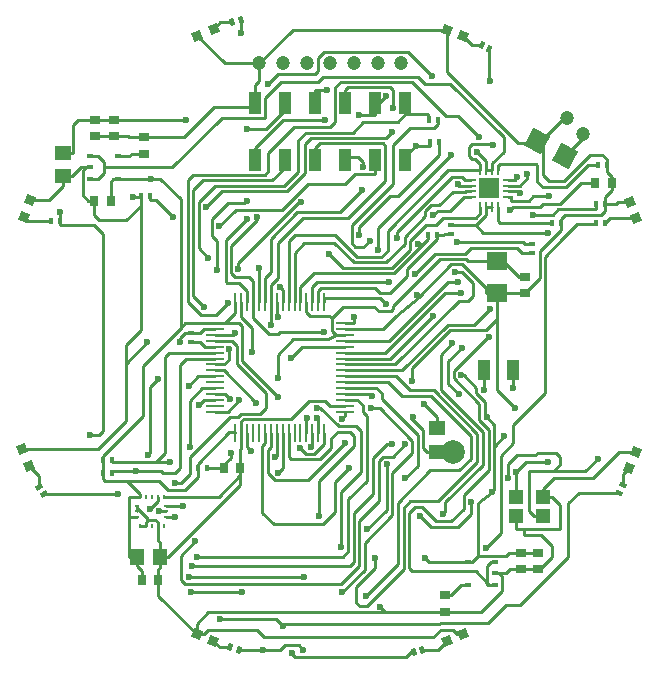
<source format=gbl>
%FSLAX24Y24*%
%MOIN*%
G70*
G01*
G75*
G04 Layer_Physical_Order=2*
G04 Layer_Color=16711680*
%ADD10R,0.0236X0.0157*%
%ADD11R,0.0551X0.0472*%
%ADD12R,0.0512X0.0472*%
%ADD13R,0.0354X0.0315*%
%ADD14R,0.1772X0.1772*%
%ADD15R,0.0110X0.0335*%
%ADD16R,0.0335X0.0110*%
%ADD17R,0.0295X0.0787*%
%ADD18R,0.0315X0.0354*%
%ADD19R,0.0138X0.0394*%
G04:AMPARAMS|DCode=20|XSize=78.7mil|YSize=39.4mil|CornerRadius=9.8mil|HoleSize=0mil|Usage=FLASHONLY|Rotation=90.000|XOffset=0mil|YOffset=0mil|HoleType=Round|Shape=RoundedRectangle|*
%AMROUNDEDRECTD20*
21,1,0.0787,0.0197,0,0,90.0*
21,1,0.0591,0.0394,0,0,90.0*
1,1,0.0197,0.0098,0.0295*
1,1,0.0197,0.0098,-0.0295*
1,1,0.0197,-0.0098,-0.0295*
1,1,0.0197,-0.0098,0.0295*
%
%ADD20ROUNDEDRECTD20*%
G04:AMPARAMS|DCode=21|XSize=59.1mil|YSize=39.4mil|CornerRadius=9.8mil|HoleSize=0mil|Usage=FLASHONLY|Rotation=180.000|XOffset=0mil|YOffset=0mil|HoleType=Round|Shape=RoundedRectangle|*
%AMROUNDEDRECTD21*
21,1,0.0591,0.0197,0,0,180.0*
21,1,0.0394,0.0394,0,0,180.0*
1,1,0.0197,-0.0197,0.0098*
1,1,0.0197,0.0197,0.0098*
1,1,0.0197,0.0197,-0.0098*
1,1,0.0197,-0.0197,-0.0098*
%
%ADD21ROUNDEDRECTD21*%
%ADD22R,0.1260X0.0591*%
%ADD23C,0.0100*%
%ADD24R,0.0364X0.0394*%
%ADD25R,0.0463X0.0295*%
%ADD26R,0.0000X0.0295*%
%ADD27R,0.3189X0.0315*%
%ADD28R,0.2400X0.0200*%
%ADD29R,0.1244X0.5621*%
%ADD30R,0.2972X0.0581*%
%ADD31C,0.0472*%
%ADD32C,0.0394*%
%ADD33C,0.0236*%
%ADD34C,0.0787*%
%ADD35R,0.0669X0.0669*%
%ADD36R,0.0394X0.0709*%
%ADD37O,0.0610X0.0098*%
%ADD38O,0.0098X0.0610*%
%ADD39R,0.0098X0.0138*%
%ADD40R,0.0138X0.0098*%
%ADD41R,0.0157X0.0236*%
%ADD42R,0.0394X0.0748*%
%ADD43P,0.0445X4X337.5*%
%ADD44P,0.0445X4X382.5*%
%ADD45P,0.0445X4X247.5*%
%ADD46P,0.0445X4X292.5*%
%ADD47O,0.0335X0.0098*%
%ADD48O,0.0098X0.0335*%
G04:AMPARAMS|DCode=49|XSize=15.7mil|YSize=23.6mil|CornerRadius=0mil|HoleSize=0mil|Usage=FLASHONLY|Rotation=331.875|XOffset=0mil|YOffset=0mil|HoleType=Round|Shape=Rectangle|*
%AMROTATEDRECTD49*
4,1,4,-0.0125,-0.0067,-0.0014,0.0141,0.0125,0.0067,0.0014,-0.0141,-0.0125,-0.0067,0.0*
%
%ADD49ROTATEDRECTD49*%

G04:AMPARAMS|DCode=50|XSize=15.7mil|YSize=23.6mil|CornerRadius=0mil|HoleSize=0mil|Usage=FLASHONLY|Rotation=241.875|XOffset=0mil|YOffset=0mil|HoleType=Round|Shape=Rectangle|*
%AMROTATEDRECTD50*
4,1,4,-0.0067,0.0125,0.0141,0.0014,0.0067,-0.0125,-0.0141,-0.0014,-0.0067,0.0125,0.0*
%
%ADD50ROTATEDRECTD50*%

G04:AMPARAMS|DCode=51|XSize=15.7mil|YSize=23.6mil|CornerRadius=0mil|HoleSize=0mil|Usage=FLASHONLY|Rotation=196.875|XOffset=0mil|YOffset=0mil|HoleType=Round|Shape=Rectangle|*
%AMROTATEDRECTD51*
4,1,4,0.0041,0.0136,0.0110,-0.0090,-0.0041,-0.0136,-0.0110,0.0090,0.0041,0.0136,0.0*
%
%ADD51ROTATEDRECTD51*%

G04:AMPARAMS|DCode=52|XSize=15.7mil|YSize=23.6mil|CornerRadius=0mil|HoleSize=0mil|Usage=FLASHONLY|Rotation=343.125|XOffset=0mil|YOffset=0mil|HoleType=Round|Shape=Rectangle|*
%AMROTATEDRECTD52*
4,1,4,-0.0110,-0.0090,-0.0041,0.0136,0.0110,0.0090,0.0041,-0.0136,-0.0110,-0.0090,0.0*
%
%ADD52ROTATEDRECTD52*%

G04:AMPARAMS|DCode=53|XSize=15.7mil|YSize=23.6mil|CornerRadius=0mil|HoleSize=0mil|Usage=FLASHONLY|Rotation=303.750|XOffset=0mil|YOffset=0mil|HoleType=Round|Shape=Rectangle|*
%AMROTATEDRECTD53*
4,1,4,-0.0142,-0.0000,0.0054,0.0131,0.0142,0.0000,-0.0054,-0.0131,-0.0142,-0.0000,0.0*
%
%ADD53ROTATEDRECTD53*%

%ADD54R,0.0472X0.0551*%
%ADD55R,0.0669X0.0630*%
G04:AMPARAMS|DCode=56|XSize=63mil|YSize=66.9mil|CornerRadius=0mil|HoleSize=0mil|Usage=FLASHONLY|Rotation=151.875|XOffset=0mil|YOffset=0mil|HoleType=Round|Shape=Rectangle|*
%AMROTATEDRECTD56*
4,1,4,0.0436,0.0147,0.0120,-0.0444,-0.0436,-0.0147,-0.0120,0.0444,0.0436,0.0147,0.0*
%
%ADD56ROTATEDRECTD56*%

D10*
X-4656Y69D02*
D03*
Y-226D02*
D03*
X5492Y-7579D02*
D03*
Y-7953D02*
D03*
Y-8327D02*
D03*
X4587D02*
D03*
Y-7579D02*
D03*
X-7992Y5207D02*
D03*
Y5581D02*
D03*
Y5955D02*
D03*
X-7087D02*
D03*
Y5207D02*
D03*
X4035Y3652D02*
D03*
Y3356D02*
D03*
X6732Y3022D02*
D03*
Y2726D02*
D03*
D11*
X-8898Y6073D02*
D03*
Y5285D02*
D03*
X3553Y-3110D02*
D03*
Y-3898D02*
D03*
D12*
X6194Y-5393D02*
D03*
X7100D02*
D03*
Y-6023D02*
D03*
X6194D02*
D03*
D13*
X3819Y-9232D02*
D03*
X3819Y-8681D02*
D03*
X-6211Y6594D02*
D03*
Y6043D02*
D03*
X-7215Y6624D02*
D03*
Y7175D02*
D03*
X-7854Y6614D02*
D03*
Y7165D02*
D03*
X6486Y1388D02*
D03*
X6486Y1939D02*
D03*
X6368Y-7805D02*
D03*
Y-7254D02*
D03*
X6929Y-7815D02*
D03*
Y-7264D02*
D03*
D18*
X-5728Y-8159D02*
D03*
X-6280D02*
D03*
X-7874Y4478D02*
D03*
X-7323D02*
D03*
X9380Y5049D02*
D03*
X8829D02*
D03*
X-3002Y-4429D02*
D03*
X-3553Y-4429D02*
D03*
D23*
X6040Y4468D02*
Y4587D01*
X-3659Y-4429D02*
X-3317Y-4087D01*
Y-3947D01*
X6610Y4468D02*
X6765Y4623D01*
X6213Y4783D02*
X6282Y4715D01*
X6040Y4468D02*
X6610D01*
X6282Y4715D02*
X6309D01*
X6323Y4980D02*
X6570Y5227D01*
X5925Y4980D02*
X6323D01*
X6147Y5177D02*
X6240Y5270D01*
X5925Y5177D02*
X6147D01*
X-6714Y-6083D02*
X-6427D01*
X-6724Y-7392D02*
Y-5770D01*
X-6427Y-5886D02*
Y-5689D01*
X-6403Y-5807D02*
X-6062Y-6148D01*
Y-6170D02*
Y-6148D01*
X-6348Y-5394D02*
X-6339Y-5404D01*
X-6722Y-5394D02*
X-6348D01*
X-6722Y-5769D02*
Y-5394D01*
X-20Y630D02*
X39Y571D01*
X-673Y630D02*
X-20D01*
X-797Y754D02*
X-673Y630D01*
X431Y943D02*
X1453D01*
X50Y562D02*
X431Y943D01*
X50Y130D02*
Y562D01*
X4675Y-4124D02*
Y-3360D01*
X4291Y-4508D02*
X4675Y-4124D01*
X3330Y-4508D02*
X4291D01*
X8503Y-4537D02*
X8920Y-4120D01*
X6834Y-4006D02*
X6913Y-3927D01*
X7520D01*
X7660Y-4067D01*
Y-4318D02*
Y-4067D01*
X6241Y-4006D02*
X6834D01*
X5940Y-4306D02*
X6241Y-4006D01*
X7158Y-1937D02*
Y2611D01*
X6102Y-2992D02*
X7158Y-1937D01*
X6102Y-3618D02*
Y-2992D01*
X5688Y-4032D02*
X6102Y-3618D01*
X6532Y-4232D02*
X7264D01*
X6194Y-4569D02*
X6532Y-4232D01*
X6633Y-4537D02*
X8503D01*
X7454Y-4524D02*
X7660Y-4318D01*
X7460Y-4768D02*
X8765D01*
X7100Y-5128D02*
X7460Y-4768D01*
X6624Y-4546D02*
X6633Y-4537D01*
X7697Y3502D02*
Y3730D01*
X6979Y2785D02*
X7697Y3502D01*
X6979Y1881D02*
Y2785D01*
X7763Y3216D02*
Y3226D01*
X7158Y2611D02*
X7763Y3216D01*
X8237Y3700D02*
X8868D01*
X7763Y3226D02*
X8237Y3700D01*
X6486Y1388D02*
X6979Y1881D01*
X6624Y-5854D02*
Y-4546D01*
Y-5854D02*
X6793Y-6023D01*
X6194Y-6457D02*
X7648D01*
X6464Y-6680D02*
Y-6457D01*
X6194D02*
Y-6023D01*
X7648Y-6457D02*
Y-5661D01*
X7380Y-5393D02*
X7648Y-5661D01*
X7030Y-6680D02*
X7382Y-7032D01*
Y-7403D02*
Y-7032D01*
X6980Y-7805D02*
X7382Y-7403D01*
X4083Y-9823D02*
X4239Y-9979D01*
X3687Y-9823D02*
X4083D01*
X3440Y-10070D02*
X3687Y-9823D01*
X3650Y-9626D02*
X3660Y-9616D01*
X-1486Y-9626D02*
X3650D01*
X-1570Y-9710D02*
X-1486Y-9626D01*
X5254Y-9616D02*
X5860Y-9010D01*
X3660Y-9616D02*
X5254D01*
X-2457Y-9833D02*
X-2220Y-10070D01*
X-4063Y-9833D02*
X-2457D01*
X-4200Y-9969D02*
X-4063Y-9833D01*
X-4124Y-4429D02*
X-3659D01*
X5413Y6357D02*
X5430Y6340D01*
X4740Y6357D02*
X5413D01*
X3149Y-7420D02*
X3307Y-7579D01*
X3317D01*
X2715Y-2736D02*
X2746D01*
X2694Y-2757D02*
X2715Y-2736D01*
X7827Y5975D02*
X8425Y6573D01*
Y6713D01*
X2247Y-5591D02*
X3330Y-4508D01*
X3352Y-2036D02*
X4675Y-3360D01*
X3445Y-1850D02*
X4882Y-3287D01*
Y-4248D02*
Y-3287D01*
X3591Y-5539D02*
X4882Y-4248D01*
X3680Y-1832D02*
X5079Y-3231D01*
Y-4340D02*
Y-3231D01*
X3837Y-5582D02*
X5079Y-4340D01*
X4970Y-2840D02*
X5285Y-3155D01*
Y-4491D02*
Y-3155D01*
X4443Y-5333D02*
X5285Y-4491D01*
X5472Y-5146D02*
Y-2992D01*
X5377Y-5241D02*
X5472Y-5146D01*
X5220Y-2740D02*
X5472Y-2992D01*
X5688Y-4866D02*
Y-4032D01*
Y-4866D02*
X5690Y-4868D01*
Y-6610D02*
Y-4868D01*
X5935Y-4764D02*
X5936D01*
X5940Y-4760D01*
Y-4306D01*
X-1083Y6482D02*
X-822Y6743D01*
X-1083Y5435D02*
Y6482D01*
X-1542Y4976D02*
X-1083Y5435D01*
X7300Y5120D02*
X7780D01*
X7085Y5334D02*
X7300Y5120D01*
X7780D02*
X8660Y6000D01*
X4443Y-5791D02*
Y-5333D01*
X5190Y-7110D02*
X5690Y-6610D01*
X4970Y-2840D02*
Y-2300D01*
X4113Y-1443D02*
X4970Y-2300D01*
X4866Y-1943D02*
Y-1762D01*
Y-1943D02*
X5149Y-2226D01*
Y-2669D02*
Y-2226D01*
Y-2669D02*
X5220Y-2740D01*
X500Y-2680D02*
Y-2559D01*
X4940Y-7361D02*
Y-5610D01*
X3307Y-7579D02*
X4587D01*
X-3500Y394D02*
X-3027D01*
X-8580Y6073D02*
Y6995D01*
X-5965Y5207D02*
X-5667D01*
X-3373Y-3250D02*
X-3159D01*
X-4980Y240D02*
X-4826Y394D01*
X-6242Y-1022D02*
X-4980Y240D01*
X-6759Y-4870D02*
X-5714D01*
X-7499D02*
X-6759D01*
X7018Y6465D02*
X7795Y7243D01*
X7085Y5334D02*
Y6398D01*
X2952Y1278D02*
X4020Y2347D01*
X5571Y531D02*
Y1398D01*
Y-1852D02*
Y531D01*
X5190Y1398D02*
Y1564D01*
X6368Y-7805D02*
X6980D01*
X5620Y-7953D02*
X5850D01*
X5492D02*
X5620D01*
X-3878Y7606D02*
X-2500D01*
X3094Y3016D02*
X3268Y3190D01*
X2134Y2056D02*
X3094Y3016D01*
X-6560Y4610D02*
X-6319D01*
Y4646D01*
Y4310D02*
Y4610D01*
X-8140Y5581D02*
X-7992D01*
X-8305D02*
X-8140D01*
X2194Y624D02*
X2948Y1275D01*
X2952Y1278D01*
X-3002Y-4672D02*
Y-4429D01*
Y-4997D02*
Y-4672D01*
X1817Y-9232D02*
X3819D01*
X-4060D02*
X1817D01*
X-5551Y-5393D02*
X-3723D01*
X-6319Y161D02*
Y4310D01*
X-6820Y-960D02*
Y-340D01*
Y-2880D02*
Y-960D01*
X5122Y-1823D02*
Y-1650D01*
X5297Y-8327D02*
X5492D01*
X5240D02*
X5297D01*
X5240Y-8270D02*
Y-7690D01*
Y-8327D02*
Y-8270D01*
X-7540Y5600D02*
Y5755D01*
Y5407D02*
Y5600D01*
X5240Y-8270D02*
X5297Y-8327D01*
X4850Y-7880D02*
X5240Y-8270D01*
X-2250Y-10500D02*
X-1677D01*
X-3050D02*
X-2250D01*
X-9016Y3650D02*
X-7890D01*
X500Y5920D02*
X940D01*
X2849Y6294D02*
X3327D01*
X2500Y7380D02*
X3220D01*
X957Y7340D02*
X1500D01*
X-500Y8150D02*
X-100D01*
X-6024Y4510D02*
X-5815D01*
X-5817Y-4247D02*
X-5339D01*
X-7264D02*
X-5817D01*
X-6480Y-4540D02*
X-5634D01*
X-7264D02*
X-6480D01*
X4260Y4980D02*
X4695D01*
X5000Y5500D02*
Y5690D01*
X3940Y5500D02*
X5000D01*
X5657Y3730D02*
X7402D01*
X-207Y1220D02*
X1670D01*
X790Y394D02*
Y590D01*
X-7087Y5207D02*
X-5965D01*
X5960Y-7254D02*
X6368D01*
X5853Y-7361D02*
X5960Y-7254D01*
X4940Y-7361D02*
X5853D01*
X4940Y-7379D02*
Y-7361D01*
X4740Y-7579D02*
X4940Y-7379D01*
X5484Y-3717D02*
X5780Y-3370D01*
X4940Y-5610D02*
X5377Y-5241D01*
X380Y-2800D02*
X500Y-2680D01*
X492Y-2559D02*
X500D01*
X-2930Y-880D02*
X-1738Y-2072D01*
X-2930Y-880D02*
Y297D01*
X-3027Y394D02*
X-2930Y297D01*
X-7215Y7175D02*
X-4820D01*
X-60Y-147D02*
X180Y-0D01*
X-1227Y-147D02*
X-60D01*
X-1738Y-658D02*
X-1227Y-147D01*
X-1738Y-1445D02*
Y-658D01*
X-3858Y394D02*
X-3500D01*
X-3159Y734D01*
Y1093D01*
X-6724Y-5770D02*
X-6722Y-5769D01*
X-6724Y-7392D02*
X-6447D01*
X-2500Y5846D02*
Y6234D01*
X-1564Y7170D01*
X-170D01*
X-2362Y9050D02*
X-1232Y10180D01*
X3894D01*
X4020Y2347D02*
X4407D01*
X5190Y1564D01*
Y1398D02*
X5571D01*
X4480Y5177D02*
X4695D01*
X4380Y5277D02*
X4480Y5177D01*
X4065Y5277D02*
X4380D01*
X2210Y3422D02*
X4065Y5277D01*
X2210Y3220D02*
Y3422D01*
X492Y197D02*
X1767D01*
X2194Y624D01*
X2900Y1330D02*
X2952Y1278D01*
X2933Y3016D02*
X3094D01*
X3268Y3190D02*
Y3346D01*
X6250Y6398D02*
X6950D01*
X7018Y6465D01*
X7085Y6398D01*
X8660Y6000D02*
X9073D01*
X9213Y5860D01*
Y5650D02*
Y5860D01*
X5620Y-7953D02*
X5740Y-8073D01*
Y-8530D02*
Y-8073D01*
X5038Y-9232D02*
X5740Y-8530D01*
X3819Y-9232D02*
X5038D01*
X6670Y-7815D02*
X6929D01*
X6368Y-7805D02*
X6670Y-7815D01*
X6464Y-6680D02*
X7030D01*
X-1978Y1093D02*
Y1664D01*
X-1753Y1889D01*
Y3070D01*
X-923Y3900D01*
X596D01*
X1830Y5133D01*
Y6310D01*
X1755Y6385D02*
X1830Y6310D01*
X-345Y6385D02*
X1755D01*
X-500Y6230D02*
X-345Y6385D01*
X-500Y5846D02*
Y6230D01*
X6793Y-6023D02*
X7100D01*
X-7992Y5207D02*
X-7740D01*
X-7540Y5407D01*
Y5600D02*
X-5266D01*
X-3622Y7244D01*
X-2170D01*
Y7900D01*
X-1632Y8438D01*
X-416D01*
X-244Y8610D01*
X2916D01*
X3153Y8373D01*
X4007D01*
X5790Y6590D01*
Y6110D02*
Y6590D01*
X5394Y5714D02*
X5790Y6110D01*
X5394Y5492D02*
Y5714D01*
X4877Y6110D02*
X5197Y5790D01*
Y5492D02*
Y5790D01*
X6000Y4170D02*
X6088Y4258D01*
X6989D01*
X7098Y4368D02*
X7669D01*
X8350Y5049D01*
X3824Y1403D02*
X4343D01*
X1831Y-591D02*
X3824Y1403D01*
X492Y-591D02*
X1831D01*
X492Y-197D02*
X1953D01*
X3910Y1760D01*
X4260D01*
X492Y-787D02*
X2008D01*
X3424Y629D01*
X-944Y-394D02*
X492D01*
X-1320Y-770D02*
X-944Y-394D01*
X-3060Y2190D02*
Y2397D01*
X-1027Y4430D01*
X-960D01*
X492Y-1575D02*
X1932D01*
X2393Y-2036D01*
X3352D01*
X2247Y-7653D02*
Y-5591D01*
X1181Y-8719D02*
X2247Y-7653D01*
X-1388Y-4072D02*
Y-3258D01*
Y-4072D02*
X-1310Y-4150D01*
X-350D01*
X40Y-3760D01*
Y-3450D01*
X260Y-3230D01*
X660D01*
X793Y-3363D01*
Y-3687D02*
Y-3363D01*
X-380Y-4860D02*
X793Y-3687D01*
X-380Y-6020D02*
Y-4860D01*
X394Y-8576D02*
X1150Y-7820D01*
Y-6920D01*
X2069Y-6001D01*
Y-4610D01*
X2737Y-3942D01*
Y-3530D01*
X1657Y-2450D02*
X2737Y-3530D01*
X1370Y-2450D02*
X1657D01*
X1580Y2844D02*
Y3550D01*
X4040Y6010D01*
X5305Y8465D02*
X5310Y8460D01*
X5305Y8465D02*
Y9537D01*
X-3858Y-1968D02*
X-3512D01*
X-3350Y-2130D01*
X-1677Y-10500D02*
X-1520Y-10343D01*
X-1057D01*
X-900Y-10500D01*
X-2595Y-575D02*
Y216D01*
X-2963Y584D02*
X-2595Y216D01*
X-2963Y584D02*
Y1093D01*
X492Y-1378D02*
X2180D01*
X2652Y-1850D01*
X3445D01*
X2660Y-5539D02*
X3591D01*
X2442Y-5757D02*
X2660Y-5539D01*
X2442Y-7818D02*
Y-5757D01*
X1220Y-9040D02*
X2442Y-7818D01*
X980Y-9040D02*
X1220D01*
X860Y-8920D02*
X980Y-9040D01*
X860Y-8920D02*
Y-8399D01*
X1500Y-7759D01*
Y-7450D01*
X3770Y-5970D02*
X3837Y-5903D01*
Y-5582D01*
X3680Y-1832D02*
Y-670D01*
X4070Y-280D01*
X1100Y5600D02*
Y5760D01*
X940Y5920D02*
X1100Y5760D01*
X500Y5846D02*
Y5920D01*
X3327Y6294D02*
Y6437D01*
X-4130Y4280D02*
X-3620Y4790D01*
X-1430D01*
X-830Y5390D01*
Y6364D01*
X-630Y6564D01*
X1852D01*
X2048Y6760D01*
X2849Y6294D02*
Y6307D01*
X2500Y5958D02*
X2849Y6294D01*
X2500Y5846D02*
Y5958D01*
Y7380D02*
Y7746D01*
X2260Y7087D02*
X2500Y7380D01*
X1089Y7087D02*
X2260D01*
X744Y6743D02*
X1089Y7087D01*
X-822Y6743D02*
X744D01*
X-3845Y4976D02*
X-1542D01*
X-4384Y4437D02*
X-3845Y4976D01*
X-4384Y2884D02*
Y4437D01*
Y2884D02*
X-4070Y2570D01*
X6488Y3022D02*
X6732D01*
X6426Y3083D02*
X6488Y3022D01*
X4230Y3083D02*
X6426D01*
X1500Y7340D02*
Y7746D01*
X3934Y-1625D02*
X4280Y-1970D01*
X3934Y-1625D02*
Y-865D01*
X4380Y-420D01*
X-500Y7746D02*
Y8150D01*
X-1500Y7490D02*
Y7746D01*
X-2130Y6860D02*
X-1500Y7490D01*
X-2790Y6860D02*
X-2130D01*
X-2870Y4390D02*
X-2790Y4470D01*
X-3423Y4390D02*
X-2870D01*
X-3943Y3870D02*
X-3423Y4390D01*
X-3943Y3313D02*
Y3870D01*
Y3313D02*
X-3770Y3140D01*
Y2160D02*
Y3140D01*
X-4653Y-8570D02*
X-2940D01*
X-2766Y-3730D02*
X-2630Y-3866D01*
X-2766Y-3730D02*
Y-3258D01*
X-10075Y3789D02*
X-9311D01*
X-10224Y3938D02*
X-10075Y3789D01*
X3602Y7030D02*
Y7156D01*
X3472Y6900D02*
X3602Y7030D01*
X2660Y6900D02*
X3472D01*
X2083Y6323D02*
X2660Y6900D01*
X2083Y5021D02*
Y6323D01*
X723Y3662D02*
X2083Y5021D01*
X723Y3051D02*
Y3662D01*
Y3051D02*
X841Y2933D01*
X1103D01*
X1310Y3140D01*
X152Y-4908D02*
X620Y-4440D01*
X152Y-5918D02*
Y-4908D01*
X-249Y-6319D02*
X152Y-5918D01*
X-1871Y-6319D02*
X-249D01*
X-2260Y-5930D02*
X-1871Y-6319D01*
X-2260Y-5930D02*
Y-3690D01*
X-2175Y-3605D01*
Y-3258D01*
X8858Y4189D02*
Y4360D01*
X7599Y4189D02*
X8858D01*
X7420Y4010D02*
X7599Y4189D01*
X6746Y4010D02*
X7420D01*
X6570Y5227D02*
Y5350D01*
X-5817Y-4247D02*
X-5503Y-3933D01*
Y-723D01*
X-5371Y-591D01*
X-3858D01*
X-7264Y-4247D02*
Y-4173D01*
X-5463Y-5689D02*
X-4913D01*
X-5634Y-4540D02*
X-5587Y-4587D01*
X-5169D01*
X-5020Y-4437D01*
Y-1014D01*
X-4794Y-787D01*
X-3858D01*
X5000Y5492D02*
Y5500D01*
X1909Y3469D02*
X3940Y5500D01*
X1909Y2793D02*
Y3469D01*
X1708Y2592D02*
X1909Y2793D01*
X902Y2592D02*
X1708D01*
X154Y3340D02*
X902Y2592D01*
X-1180Y3340D02*
X154D01*
X-1388Y3132D02*
X-1180Y3340D01*
X-1388Y1093D02*
Y3132D01*
X3563Y3203D02*
Y3346D01*
X2566Y2206D02*
X3563Y3203D01*
X2566Y1972D02*
Y2206D01*
X1999Y1405D02*
X2566Y1972D01*
X1665Y1405D02*
X1999D01*
X1505Y1565D02*
X1665Y1405D01*
X-300Y1565D02*
X1505D01*
X-404Y1461D02*
X-300Y1565D01*
X-404Y1093D02*
Y1461D01*
X-207Y1093D02*
Y1220D01*
X1670D02*
X1860Y1030D01*
X2980Y-6029D02*
X3347Y-6396D01*
X4260D01*
X4690Y-5966D01*
Y-5580D01*
X492Y394D02*
X790D01*
X4448Y4587D02*
X4695D01*
X4003Y4142D02*
X4448Y4587D01*
X3581Y4142D02*
X4003D01*
X3438Y3998D02*
X3581Y4142D01*
X4160Y2100D02*
X4377D01*
X4757Y1720D01*
Y1312D02*
Y1720D01*
X4580Y1135D02*
X4757Y1312D01*
X4292Y1135D02*
X4580D01*
X2172Y-984D02*
X4292Y1135D01*
X492Y-984D02*
X2172D01*
X492Y-1181D02*
X2398D01*
X3921Y342D01*
X4782D01*
X5320Y880D01*
X5925Y4783D02*
X6213D01*
X1890Y-3650D02*
X2050D01*
X1433Y-4107D02*
X1890Y-3650D01*
X1433Y-5303D02*
Y-4107D01*
X786Y-5950D02*
X1433Y-5303D01*
X786Y-7583D02*
Y-5950D01*
X658Y-7710D02*
X786Y-7583D01*
X-4600Y-7710D02*
X658D01*
X-4720Y-1690D02*
X-4408Y-1378D01*
X-3858D01*
X1890Y-5820D02*
Y-4310D01*
X1235Y-6475D02*
X1890Y-5820D01*
X-3545Y-1181D02*
X-2469Y-2257D01*
X-3858Y-1181D02*
X-3545D01*
X-3858Y-197D02*
X-3283D01*
X-3110Y-370D01*
Y-980D02*
Y-370D01*
Y-980D02*
X-2140Y-1950D01*
Y-2430D02*
Y-1950D01*
X-2330Y-2620D02*
X-2140Y-2430D01*
X-2970Y-2620D02*
X-2330D01*
X-3090Y-2740D02*
X-2970Y-2620D01*
X-3340Y-2740D02*
X-3090D01*
X-4670Y-4070D02*
X-3340Y-2740D01*
X-4670Y-4630D02*
Y-4070D01*
X-4970Y-4930D02*
X-4670Y-4630D01*
X-5160Y-4930D02*
X-4970D01*
X-5163Y-6083D02*
X-5160Y-6080D01*
X-5463Y-6083D02*
X-5163D01*
X-5700Y-5886D02*
X-5463D01*
X-6070Y-4000D02*
X-6016Y-3946D01*
Y-1726D01*
X-5750Y-1460D01*
X-3230Y0D02*
X-3180Y50D01*
X-3858Y0D02*
X-3230D01*
X360Y-7084D02*
Y-5250D01*
X1027Y-4583D01*
Y-3210D01*
X867Y-3050D02*
X1027Y-3210D01*
X280Y-3050D02*
X867D01*
X-330Y-2440D02*
X280Y-3050D01*
X-430Y-2440D02*
X-330D01*
X-1670Y100D02*
X-210D01*
X-1740Y30D02*
X-1670Y100D01*
X-2051Y30D02*
X-1740D01*
X-2569Y548D02*
X-2051Y30D01*
X-2569Y548D02*
Y1093D01*
X3222Y-3898D02*
X3553D01*
X3094Y-3770D02*
X3222Y-3898D01*
X3094Y-3770D02*
Y-3156D01*
X2694Y-2757D02*
X3094Y-3156D01*
X-3858Y-984D02*
X-3534D01*
X-3390Y-840D01*
Y-510D01*
X-3360Y-480D01*
X-4983Y-7363D02*
X-4500Y-6880D01*
X-4983Y-8170D02*
Y-7363D01*
Y-8170D02*
X-4842Y-8311D01*
X366D01*
X964Y-7713D01*
Y-6198D01*
X1612Y-5551D01*
Y-4201D01*
X1756Y-4057D01*
X2083D01*
X2490Y-3650D01*
Y-4780D02*
X2916Y-4354D01*
Y-3349D01*
X1717Y-2150D02*
X2916Y-3349D01*
X1717Y-2150D02*
Y-1948D01*
X1540Y-1772D02*
X1717Y-1948D01*
X492Y-1772D02*
X1540D01*
X492Y-1969D02*
X1343D01*
X1394Y-2020D01*
X2820Y2039D02*
X3491Y2710D01*
X4500D01*
X4694Y2904D01*
X6220D01*
X6398Y2726D01*
X6732D01*
X-2175Y1093D02*
Y1910D01*
X-1981Y2104D01*
Y3207D01*
X-1094Y4094D01*
X315D01*
X1063Y4842D01*
X-3696Y3620D02*
X-3149Y4167D01*
X-1600D01*
X-745Y5021D01*
X481D01*
X813Y5353D01*
X1500D01*
Y5846D01*
X4510Y4783D02*
X4695D01*
X4492Y4765D02*
X4510Y4783D01*
X4079Y4765D02*
X4492D01*
X3634Y4320D02*
X4079Y4765D01*
X3361Y4320D02*
X3634D01*
X3171Y4130D02*
X3361Y4320D01*
X3171Y3955D02*
Y4130D01*
X2475Y3259D02*
X3171Y3955D01*
X2475Y3021D02*
Y3259D01*
X1867Y2414D02*
X2475Y3021D01*
X788Y2414D02*
X1867D01*
X131Y3070D02*
X788Y2414D01*
X-860Y3070D02*
X131D01*
X-1191Y2739D02*
X-860Y3070D01*
X-1191Y1093D02*
Y2739D01*
X-1978Y-3720D02*
Y-3258D01*
X-2080Y-3822D02*
X-1978Y-3720D01*
X-2080Y-4615D02*
Y-3822D01*
Y-4615D02*
X-1852Y-4844D01*
X-754D01*
X490Y-3600D01*
X970Y3340D02*
Y3602D01*
X2007Y4638D01*
X2268D01*
X3622Y5992D01*
Y6437D01*
X492Y-2165D02*
X900D01*
X1079Y-2345D01*
Y-2554D02*
Y-2345D01*
Y-2554D02*
X1219Y-2694D01*
Y-4854D02*
Y-2694D01*
X607Y-5466D02*
X1219Y-4854D01*
X607Y-7217D02*
Y-5466D01*
X420Y-7404D02*
X607Y-7217D01*
X-4426Y-7404D02*
X420D01*
X-450Y-2760D02*
X-404Y-2806D01*
Y-3258D02*
Y-2806D01*
X8350Y5049D02*
X8829D01*
X6989Y4258D02*
X7098Y4368D01*
X5253Y-70D02*
X5300D01*
X4113Y-1210D02*
X5253Y-70D01*
X4113Y-1443D02*
Y-1210D01*
X4017Y-6217D02*
X4443Y-5791D01*
X3523Y-6217D02*
X4017D01*
X3046Y-5740D02*
X3523Y-6217D01*
X2811Y-5740D02*
X3046D01*
X2620Y-5930D02*
X2811Y-5740D01*
X2620Y-7786D02*
Y-5930D01*
Y-7786D02*
X2714Y-7880D01*
X4850D01*
X-5667Y5207D02*
X-4980Y4520D01*
Y240D02*
Y4520D01*
X-6242Y-2703D02*
Y-1022D01*
X-7559Y-4020D02*
X-6242Y-2703D01*
X-4826Y394D02*
X-3858D01*
X-7559Y-4173D02*
Y-4020D01*
X-4851Y69D02*
X-4656D01*
X-5010Y-90D02*
X-4851Y69D01*
X-5010Y-240D02*
Y-90D01*
X-6820Y-960D02*
X-6100Y-240D01*
X-10263Y-3816D02*
X-7756D01*
X-9016Y3650D02*
Y3789D01*
X-7890Y3650D02*
X-7590Y3350D01*
Y-3210D02*
Y3350D01*
X-7720Y-3340D02*
X-7590Y-3210D01*
X-8000Y-3340D02*
X-7720D01*
X-6820Y-340D02*
X-6319Y161D01*
X-7756Y-3816D02*
X-6820Y-2880D01*
X-7323Y4478D02*
Y5110D01*
X-7226Y5207D01*
X-7087D01*
X4260Y4980D02*
Y5030D01*
X180Y-0D02*
X492D01*
X50Y130D02*
X180Y-0D01*
X1613Y783D02*
X2020D01*
X3674Y2526D02*
X4521D01*
X-797Y754D02*
Y1093D01*
X1453Y943D02*
X1613Y783D01*
X2020D02*
X2107Y870D01*
Y959D01*
X3674Y2526D01*
X4521D02*
X4586Y2461D01*
X5571D01*
X-994Y1093D02*
Y1602D01*
X-540Y2056D01*
X2134D01*
X-1585Y1093D02*
Y1485D01*
X-1690Y1590D02*
X-1585Y1485D01*
X-40Y2684D02*
X409Y2235D01*
X2046D01*
X2654Y2843D01*
Y3123D01*
X3188Y3658D01*
X3515D01*
X3762Y3904D01*
X4854D01*
X5000Y4050D01*
Y4272D01*
X-600Y1093D02*
Y1590D01*
X-440Y1750D01*
X1974D01*
X500Y7746D02*
Y8170D01*
X580Y8250D01*
X1997D01*
X2097Y8150D01*
Y7573D02*
Y8150D01*
X-5714Y-4870D02*
X-5407Y-5177D01*
X-4858D01*
X-4419Y-4738D01*
Y-4429D01*
X-2963Y-3258D02*
Y-2883D01*
X-2891Y-2811D01*
X-1311D01*
X-693Y-2193D01*
X-168D01*
X1Y-2362D01*
X492D01*
X-3858Y-2559D02*
X-3410D01*
X-3030Y-2179D01*
X-4563Y1290D02*
X-4193Y920D01*
X-4563Y1290D02*
Y4827D01*
X-4236Y5154D01*
X-1926D01*
X-1500Y5580D01*
Y5846D01*
X-1978Y333D02*
Y1093D01*
X-1781Y641D02*
Y1093D01*
Y641D02*
X-1730Y590D01*
X-3817Y673D02*
X-3410Y1080D01*
X-4320Y673D02*
X-3817D01*
X-4741Y1094D02*
X-4320Y673D01*
X-4741Y1094D02*
Y5172D01*
X-4580Y5333D01*
X-2181D01*
X-2062Y5452D01*
Y6080D01*
X-1220Y6921D01*
X-17D01*
X170Y7108D01*
Y8250D01*
X350Y8430D01*
X2731D01*
X3853Y7307D01*
X4267D01*
X4970Y6604D01*
X-4262Y-1772D02*
X-3858D01*
X-4680Y-2190D02*
X-4262Y-1772D01*
X-4680Y-3720D02*
Y-2190D01*
X-3668Y10426D02*
X-3265D01*
X-3890Y10204D02*
X-3668Y10426D01*
X-9701Y-5069D02*
Y-4697D01*
X-10037Y-4361D02*
X-9701Y-4697D01*
X9765Y-5005D02*
Y-4629D01*
X9955Y-4440D01*
X9313Y3890D02*
X10204D01*
X9163Y3740D02*
X9313Y3890D01*
X4718Y9677D02*
X5045D01*
X4440Y9955D02*
X4718Y9677D01*
X8868Y3700D02*
Y3740D01*
X7100Y-5393D02*
Y-5128D01*
X8765Y-4768D02*
X9640Y-3894D01*
X10180D01*
X-4419Y-4429D02*
Y-4296D01*
X-3373Y-3250D01*
X-3159Y-3258D02*
Y-3250D01*
X-1743Y-4597D02*
X-1583Y-4437D01*
Y-3827D01*
X-1585Y-3825D02*
X-1583Y-3827D01*
X-1585Y-3825D02*
Y-3258D01*
X5203Y164D02*
X5571Y531D01*
X4003Y164D02*
X5203D01*
X2740Y-1099D02*
X4003Y164D01*
X2740Y-1540D02*
Y-1099D01*
X-1830Y-4080D02*
X-1781Y-4031D01*
Y-3258D01*
X-2766Y1093D02*
Y1454D01*
X-3039Y1728D02*
X-2766Y1454D01*
X-3449Y1728D02*
X-3039D01*
X-3486Y1764D02*
X-3449Y1728D01*
X-3486Y1764D02*
Y3152D01*
X-2766Y3872D01*
X-9016Y3789D02*
Y4093D01*
X-2569Y1093D02*
Y1792D01*
X-2720Y1943D02*
X-2569Y1792D01*
X-3180Y1943D02*
X-2720D01*
X-3307Y2070D02*
X-3180Y1943D01*
X-3307Y2070D02*
Y2964D01*
X-2440Y3831D01*
Y3920D01*
X-2982Y10070D02*
Y10512D01*
X-4456Y-9628D02*
X-4060Y-9232D01*
X-4456Y-9969D02*
Y-9628D01*
X-1800Y-9480D02*
X-1570Y-9710D01*
X-3670Y-9480D02*
X-1800D01*
X-4360Y-2325D02*
X-4200Y-2165D01*
X-3858D01*
X-650Y-3720D02*
X-600Y-3670D01*
Y-3258D01*
X-6024Y4510D02*
Y4646D01*
X-5815Y4510D02*
X-5231Y3926D01*
X-3002Y-4429D02*
Y-3821D01*
X-2963Y-3781D01*
Y-3258D01*
X1500Y7746D02*
X1626D01*
X1850Y7970D01*
X2600Y9420D02*
X3400Y8620D01*
X-220Y9420D02*
X2600D01*
X-420Y9220D02*
X-220Y9420D01*
X-420Y8790D02*
Y9220D01*
X-525Y8685D02*
X-420Y8790D01*
X-1745Y8685D02*
X-525D01*
X-2080Y8350D02*
X-1745Y8685D01*
X-2372Y1093D02*
Y2233D01*
X3894Y8753D02*
X6250Y6398D01*
X3894Y8753D02*
Y10180D01*
X8590Y5650D02*
X8917D01*
X7870Y4930D02*
X8590Y5650D01*
X7087Y4930D02*
X7870D01*
X6907Y5110D02*
X7087Y4930D01*
X6907Y5110D02*
Y5678D01*
X6871Y5713D02*
X6907Y5678D01*
X5667Y5713D02*
X6871D01*
X5591Y5636D02*
X5667Y5713D01*
X5591Y5492D02*
Y5636D01*
X4630Y6247D02*
X4740Y6357D01*
X4630Y5970D02*
Y6247D01*
Y5970D02*
X4740Y5860D01*
X4830D01*
X5000Y5690D01*
X-2500Y7606D02*
Y7746D01*
X-4889Y6594D02*
X-3878Y7606D01*
X-6211Y6594D02*
X-4889D01*
X-1290Y-10650D02*
Y-10590D01*
Y-10650D02*
X-1190Y-10750D01*
X2525D01*
X2694Y-10581D01*
X2776D01*
X-5659Y-7392D02*
X-5397D01*
X-3002Y-4997D01*
X-5748Y-5530D02*
Y-5404D01*
X-6018Y-5800D02*
X-5748Y-5530D01*
X-7264Y-4616D02*
Y-4540D01*
X-4710Y-8060D02*
X-880D01*
X-9537Y-5315D02*
X-7075D01*
X4035Y3652D02*
X4858D01*
X5108Y3402D01*
X7247D01*
X3120Y-2300D02*
X3553Y-2733D01*
Y-3110D02*
Y-2733D01*
X-6799Y3830D02*
X-6319Y4310D01*
X-7714Y3830D02*
X-6799D01*
X-7874Y3990D02*
X-7714Y3830D01*
X-7874Y3990D02*
Y4478D01*
X-207Y-3647D02*
Y-3258D01*
X-527Y-3967D02*
X-207Y-3647D01*
X-813Y-3967D02*
X-527D01*
X-1020Y-3760D02*
X-813Y-3967D01*
X-797Y-3258D02*
Y-2797D01*
X-770Y-2770D01*
X5925Y4587D02*
X6040D01*
X6765Y4623D02*
X7300D01*
X4360Y-1339D02*
X4442D01*
X4866Y-1762D01*
X-8600Y5285D02*
X-8305Y5581D01*
X-8898Y5285D02*
X-8600D01*
X-7559Y-4810D02*
Y-4616D01*
Y-4810D02*
X-7499Y-4870D01*
X-6759D02*
X-6339Y-5290D01*
Y-5404D02*
Y-5290D01*
X5571Y-1852D02*
X6160Y-2441D01*
X5860Y-9010D02*
X6320D01*
X7940Y-7390D01*
Y-5610D01*
X8284Y-5266D01*
X9626D01*
X-4456Y-9969D02*
X-4200D01*
X-2220Y-10070D02*
X3440D01*
X4239Y-9979D02*
X4435D01*
X4587Y-7579D02*
X4740D01*
X6194Y-5393D02*
Y-4569D01*
X7402Y3730D02*
Y3730D01*
X5591Y3797D02*
X5657Y3730D01*
X5591Y3797D02*
Y4272D01*
X-3691Y-10414D02*
X-3333D01*
X-3910Y-10195D02*
X-3691Y-10414D01*
X5122Y-1650D02*
Y-1171D01*
X-5551Y-5404D02*
Y-5393D01*
X-3723D02*
X-3002Y-4672D01*
X7697Y3730D02*
Y3867D01*
X7841Y4010D01*
X9020D01*
X9154Y4144D01*
Y4360D01*
X6106Y-1770D02*
Y-1171D01*
X7100Y-5393D02*
X7380D01*
X1645Y-9060D02*
X1817Y-9232D01*
X-8898Y6073D02*
X-8580D01*
Y6995D02*
X-8410Y7165D01*
X-7854D01*
X3058Y-10495D02*
X3599D01*
X3890Y-10204D01*
X3220Y7380D02*
X3307Y7293D01*
Y7156D02*
Y7293D01*
X-8898Y4950D02*
Y5285D01*
X-9364Y4484D02*
X-8898Y4950D01*
X-9998Y4484D02*
X-9364D01*
X-5728Y-8697D02*
X-4456Y-9969D01*
X-5728Y-8697D02*
Y-8159D01*
X4858Y3652D02*
X5197Y3990D01*
Y4272D01*
X-4435Y9979D02*
X-3507Y9050D01*
X-2362D01*
X-8240Y5481D02*
X-8140Y5581D01*
X-8240Y4658D02*
Y5481D01*
Y4658D02*
X-8060Y4478D01*
X-7874D01*
X-7740Y5955D02*
X-7540Y5755D01*
X-7992Y5955D02*
X-7740D01*
X5351Y-7579D02*
X5492D01*
X5240Y-7690D02*
X5351Y-7579D01*
X-5748Y-6368D02*
Y-6250D01*
X-5828Y-6170D02*
X-5748Y-6250D01*
X-6062Y-6170D02*
X-5828D01*
X-6142Y-6250D02*
X-6062Y-6170D01*
X-6142Y-6368D02*
Y-6250D01*
X-7530Y7175D02*
X-7215D01*
X-7540Y7165D02*
X-7530Y7175D01*
X-7854Y7165D02*
X-7540D01*
X6282Y1939D02*
X6486D01*
X5760Y2461D02*
X6282Y1939D01*
X5571Y2461D02*
X5760D01*
X6650Y-7264D02*
X6929D01*
X6640Y-7254D02*
X6650Y-7264D01*
X6368Y-7254D02*
X6640D01*
X-7559Y-4616D02*
Y-4173D01*
X-6447Y-7693D02*
Y-7392D01*
Y-7693D02*
X-6280Y-7860D01*
Y-8159D02*
Y-7860D01*
X-2362Y8458D02*
Y9050D01*
X-2500Y8320D02*
X-2362Y8458D01*
X-2500Y7746D02*
Y8320D01*
X-6700Y6594D02*
X-6211D01*
X-6730Y6624D02*
X-6700Y6594D01*
X-7215Y6624D02*
X-6730D01*
X-7530D02*
X-7215D01*
X-7540Y6614D02*
X-7530Y6624D01*
X-7854Y6614D02*
X-7540D01*
X-5659Y-7751D02*
Y-7392D01*
X-5728Y-7820D02*
X-5659Y-7751D01*
X-5728Y-8159D02*
Y-7820D01*
X-5748Y-6841D02*
Y-6368D01*
Y-6841D02*
X-5659Y-6930D01*
Y-7392D02*
Y-6930D01*
X-6250Y-6368D02*
X-6142D01*
X-6250Y-6368D02*
X-6250Y-6368D01*
X-6339Y-6368D02*
X-6250D01*
X-4202Y197D02*
X-3858D01*
X-4330Y69D02*
X-4202Y197D01*
X-4656Y69D02*
X-4330D01*
X7795Y7243D02*
X7895D01*
X6030Y1388D02*
X6486D01*
X6020Y1398D02*
X6030Y1388D01*
X5571Y1398D02*
X6020D01*
X9595Y4435D02*
X9979D01*
X9520Y4360D02*
X9595Y4435D01*
X9154Y4360D02*
X9520D01*
X9380Y4816D02*
Y5049D01*
X9154Y4590D02*
X9380Y4816D01*
X9154Y4360D02*
Y4590D01*
X9213Y5427D02*
Y5650D01*
Y5427D02*
X9380Y5260D01*
Y5049D02*
Y5260D01*
X5998Y-7805D02*
X6368D01*
X5850Y-7953D02*
X5998Y-7805D01*
X-4124Y-4429D02*
X-3553D01*
X5197Y4272D02*
X5394D01*
X5290Y5492D02*
X5394D01*
X5290Y5492D02*
X5290Y5492D01*
X5197Y5492D02*
X5290D01*
X4374Y-8327D02*
X4587D01*
X4020Y-8681D02*
X4374Y-8327D01*
X3819Y-8681D02*
X4020D01*
X-6611Y6043D02*
X-6211D01*
X-6700Y5955D02*
X-6611Y6043D01*
X-7087Y5955D02*
X-6700D01*
X-4183Y-394D02*
X-3858D01*
X-4350Y-226D02*
X-4183Y-394D01*
X-4656Y-226D02*
X-4350D01*
X3800Y3356D02*
X4035D01*
X3790Y3346D02*
X3800Y3356D01*
X3563Y3346D02*
X3790D01*
D31*
X2362Y9050D02*
D03*
X1575D02*
D03*
X787D02*
D03*
X0D02*
D03*
X-787D02*
D03*
X-1575D02*
D03*
X-2362D02*
D03*
X7895Y7243D02*
D03*
X8425Y6713D02*
D03*
D32*
X5315Y4882D02*
D03*
D33*
X-3317Y-3947D02*
D03*
X6319Y4724D02*
D03*
X8920Y-4120D02*
D03*
X7264Y-4232D02*
D03*
X2746Y-2736D02*
D03*
X5935Y-4764D02*
D03*
X5377Y-5241D02*
D03*
X4690Y-5580D02*
D03*
X-5965Y5207D02*
D03*
X5780Y-3370D02*
D03*
X380Y-2800D02*
D03*
X-1738Y-2072D02*
D03*
X-4820Y7175D02*
D03*
X-1738Y-1445D02*
D03*
X-170Y7170D02*
D03*
X2210Y3220D02*
D03*
X2900Y1330D02*
D03*
X2933Y3016D02*
D03*
X4877Y6110D02*
D03*
X6000Y4170D02*
D03*
X4343Y1403D02*
D03*
X4260Y1760D02*
D03*
X3424Y629D02*
D03*
X-1320Y-770D02*
D03*
X-3060Y2190D02*
D03*
X-960Y4430D02*
D03*
X1181Y-8719D02*
D03*
X-380Y-6020D02*
D03*
X394Y-8576D02*
D03*
X1370Y-2450D02*
D03*
X1580Y2844D02*
D03*
X4040Y6010D02*
D03*
X5310Y8460D02*
D03*
X-3350Y-2130D02*
D03*
X-900Y-10500D02*
D03*
X-7075Y-5315D02*
D03*
X-2595Y-575D02*
D03*
X1500Y-7450D02*
D03*
X3770Y-5970D02*
D03*
X4070Y-280D02*
D03*
X1100Y5600D02*
D03*
X-4130Y4280D02*
D03*
X2048Y6760D02*
D03*
X2849Y6307D02*
D03*
X-4070Y2570D02*
D03*
X4230Y3083D02*
D03*
X957Y7340D02*
D03*
X4280Y-1970D02*
D03*
X4380Y-420D02*
D03*
X-100Y8150D02*
D03*
X-2790Y6860D02*
D03*
Y4470D02*
D03*
X-3770Y2160D02*
D03*
X-4653Y-8570D02*
D03*
X-2940D02*
D03*
X-2630Y-3866D02*
D03*
X1310Y3140D02*
D03*
X620Y-4440D02*
D03*
X6746Y4010D02*
D03*
X6570Y5350D02*
D03*
X-5339Y-4247D02*
D03*
X-4913Y-5689D02*
D03*
X1860Y1030D02*
D03*
X2980Y-6029D02*
D03*
X790Y590D02*
D03*
X3438Y3998D02*
D03*
X4160Y2100D02*
D03*
X5320Y880D02*
D03*
X2050Y-3650D02*
D03*
X-4600Y-7710D02*
D03*
X-4720Y-1690D02*
D03*
X1890Y-4310D02*
D03*
X1235Y-6475D02*
D03*
X-2469Y-2257D02*
D03*
X-5160Y-4930D02*
D03*
Y-6080D02*
D03*
X-5700Y-5886D02*
D03*
X-6070Y-4000D02*
D03*
X-5750Y-1460D02*
D03*
X-3180Y50D02*
D03*
X360Y-7084D02*
D03*
X-430Y-2440D02*
D03*
X-210Y100D02*
D03*
X-3360Y-480D02*
D03*
X-4500Y-6880D02*
D03*
X2490Y-3650D02*
D03*
Y-4780D02*
D03*
X1394Y-2020D02*
D03*
X2820Y2039D02*
D03*
X1063Y4842D02*
D03*
X-3696Y3620D02*
D03*
X490Y-3600D02*
D03*
X970Y3340D02*
D03*
X-4426Y-7404D02*
D03*
X-450Y-2760D02*
D03*
X5300Y-70D02*
D03*
X-5010Y-240D02*
D03*
X-6100D02*
D03*
X-8000Y-3340D02*
D03*
X4260Y5030D02*
D03*
X-1690Y1590D02*
D03*
X-40Y2684D02*
D03*
X1974Y1750D02*
D03*
X2097Y7573D02*
D03*
X-3030Y-2179D02*
D03*
X-4193Y920D02*
D03*
X-1978Y333D02*
D03*
X-1730Y590D02*
D03*
X-3410Y1080D02*
D03*
X4970Y6604D02*
D03*
X-4680Y-3720D02*
D03*
X-2250Y-10500D02*
D03*
X5190Y-7110D02*
D03*
X-6560Y4610D02*
D03*
X-1743Y-4597D02*
D03*
X2740Y-1540D02*
D03*
X-1830Y-4080D02*
D03*
X3149Y-7420D02*
D03*
X-2766Y3872D02*
D03*
X-9016Y4093D02*
D03*
X-2440Y3920D02*
D03*
X-2982Y10070D02*
D03*
X-3670Y-9480D02*
D03*
X-4360Y-2325D02*
D03*
X-650Y-3720D02*
D03*
X-5231Y3926D02*
D03*
X1850Y7970D02*
D03*
X3400Y8620D02*
D03*
X-2080Y8350D02*
D03*
X-2372Y2233D02*
D03*
X5430Y6340D02*
D03*
X-1290Y-10590D02*
D03*
X-6018Y-5800D02*
D03*
X-6480Y-4540D02*
D03*
X-880Y-8060D02*
D03*
X-4710D02*
D03*
X7247Y3402D02*
D03*
X3120Y-2300D02*
D03*
X-1020Y-3760D02*
D03*
X-770Y-2770D02*
D03*
X7300Y4623D02*
D03*
X4360Y-1339D02*
D03*
X5220Y-2740D02*
D03*
X5122Y-1823D02*
D03*
X6240Y5270D02*
D03*
X6160Y-2441D02*
D03*
X-1570Y-9710D02*
D03*
X6194Y-4569D02*
D03*
X6106Y-1770D02*
D03*
X1645Y-9060D02*
D03*
D34*
X4085Y-3917D02*
D03*
D35*
X5305Y4882D02*
D03*
D36*
X6106Y-1171D02*
D03*
X5122D02*
D03*
D37*
X-3858Y394D02*
D03*
X-3858Y197D02*
D03*
X-3858Y0D02*
D03*
X-3858Y-197D02*
D03*
X-3858Y-394D02*
D03*
Y-591D02*
D03*
X-3858Y-787D02*
D03*
Y-984D02*
D03*
X-3858Y-1181D02*
D03*
Y-1378D02*
D03*
Y-1575D02*
D03*
Y-1772D02*
D03*
Y-1968D02*
D03*
X-3858Y-2165D02*
D03*
Y-2362D02*
D03*
X-3858Y-2559D02*
D03*
X492Y-2559D02*
D03*
X492Y-2362D02*
D03*
X492Y-2165D02*
D03*
X492Y-1969D02*
D03*
X492Y-1772D02*
D03*
X492Y-1575D02*
D03*
Y-1378D02*
D03*
X492Y-1181D02*
D03*
X492Y-984D02*
D03*
X492Y-787D02*
D03*
X492Y-591D02*
D03*
Y-394D02*
D03*
X492Y-197D02*
D03*
X492Y-0D02*
D03*
Y197D02*
D03*
X492Y394D02*
D03*
D38*
X-3159Y-3258D02*
D03*
X-2963Y-3258D02*
D03*
X-2766Y-3258D02*
D03*
X-2569D02*
D03*
X-2372D02*
D03*
X-2175D02*
D03*
X-1978D02*
D03*
X-1781Y-3258D02*
D03*
X-1585D02*
D03*
X-1388Y-3258D02*
D03*
X-1191Y-3258D02*
D03*
X-994Y-3258D02*
D03*
X-797Y-3258D02*
D03*
X-600Y-3258D02*
D03*
X-404D02*
D03*
X-207Y-3258D02*
D03*
X-207Y1093D02*
D03*
X-404D02*
D03*
X-600Y1093D02*
D03*
X-797Y1093D02*
D03*
X-994D02*
D03*
X-1191D02*
D03*
X-1388Y1093D02*
D03*
X-1585D02*
D03*
X-1781Y1093D02*
D03*
X-1978Y1093D02*
D03*
X-2175Y1093D02*
D03*
X-2372D02*
D03*
X-2569Y1093D02*
D03*
X-2766Y1093D02*
D03*
X-2963D02*
D03*
X-3159Y1093D02*
D03*
D39*
X-6339Y-5404D02*
D03*
X-6142D02*
D03*
X-5945D02*
D03*
X-5748Y-5404D02*
D03*
X-5551D02*
D03*
X-5551Y-6368D02*
D03*
X-5748D02*
D03*
X-5945D02*
D03*
X-6142D02*
D03*
X-6339Y-6368D02*
D03*
D40*
X-5463Y-5689D02*
D03*
X-5463Y-5886D02*
D03*
Y-6083D02*
D03*
X-6427D02*
D03*
Y-5886D02*
D03*
Y-5689D02*
D03*
D41*
X-4419Y-4429D02*
D03*
X-4124D02*
D03*
X9163Y3740D02*
D03*
X8868D02*
D03*
X-9311Y3789D02*
D03*
X-9016Y3789D02*
D03*
X-6319Y4646D02*
D03*
X-6024D02*
D03*
X9154Y4360D02*
D03*
X8858D02*
D03*
X-7264Y-4173D02*
D03*
X-7559D02*
D03*
X-7264Y-4616D02*
D03*
X-7559Y-4616D02*
D03*
X7697Y3730D02*
D03*
X7402D02*
D03*
X3268Y3346D02*
D03*
X3563D02*
D03*
X3602Y7156D02*
D03*
X3307D02*
D03*
X3622Y6437D02*
D03*
X3327D02*
D03*
X9213Y5650D02*
D03*
X8917D02*
D03*
D42*
X-2500Y5846D02*
D03*
X-1500D02*
D03*
X-500D02*
D03*
X500D02*
D03*
X1500D02*
D03*
X2500D02*
D03*
Y7746D02*
D03*
X1500D02*
D03*
X500D02*
D03*
X-500D02*
D03*
X-1500D02*
D03*
X-2500D02*
D03*
D43*
X-10263Y-3816D02*
D03*
X-10037Y-4361D02*
D03*
X9979Y4435D02*
D03*
X10204Y3890D02*
D03*
D44*
X-4456Y-9969D02*
D03*
X-3910Y-10195D02*
D03*
X3894Y10180D02*
D03*
X4440Y9955D02*
D03*
D45*
X4435Y-9979D02*
D03*
X3890Y-10204D02*
D03*
X-4435Y9979D02*
D03*
X-3890Y10204D02*
D03*
D46*
X10180Y-3894D02*
D03*
X9955Y-4440D02*
D03*
X-9998Y4484D02*
D03*
X-10224Y3938D02*
D03*
D47*
X5925Y4587D02*
D03*
Y4783D02*
D03*
Y4980D02*
D03*
Y5177D02*
D03*
X4695Y5177D02*
D03*
X4695Y4980D02*
D03*
X4695Y4783D02*
D03*
X4695Y4587D02*
D03*
D48*
X5591Y5492D02*
D03*
X5394D02*
D03*
X5197Y5492D02*
D03*
X5000D02*
D03*
Y4272D02*
D03*
X5197D02*
D03*
X5394D02*
D03*
X5591Y4272D02*
D03*
D49*
X5045Y9677D02*
D03*
X5305Y9537D02*
D03*
D50*
X9765Y-5005D02*
D03*
X9626Y-5266D02*
D03*
D51*
X3058Y-10495D02*
D03*
X2776Y-10581D02*
D03*
X-3265Y10426D02*
D03*
X-2982Y10512D02*
D03*
D52*
X-3333Y-10414D02*
D03*
X-3050Y-10500D02*
D03*
D53*
X-9701Y-5069D02*
D03*
X-9537Y-5315D02*
D03*
D54*
X-6447Y-7392D02*
D03*
X-5659D02*
D03*
D55*
X5571Y1398D02*
D03*
Y2461D02*
D03*
D56*
X6890Y6476D02*
D03*
X7827Y5975D02*
D03*
M02*

</source>
